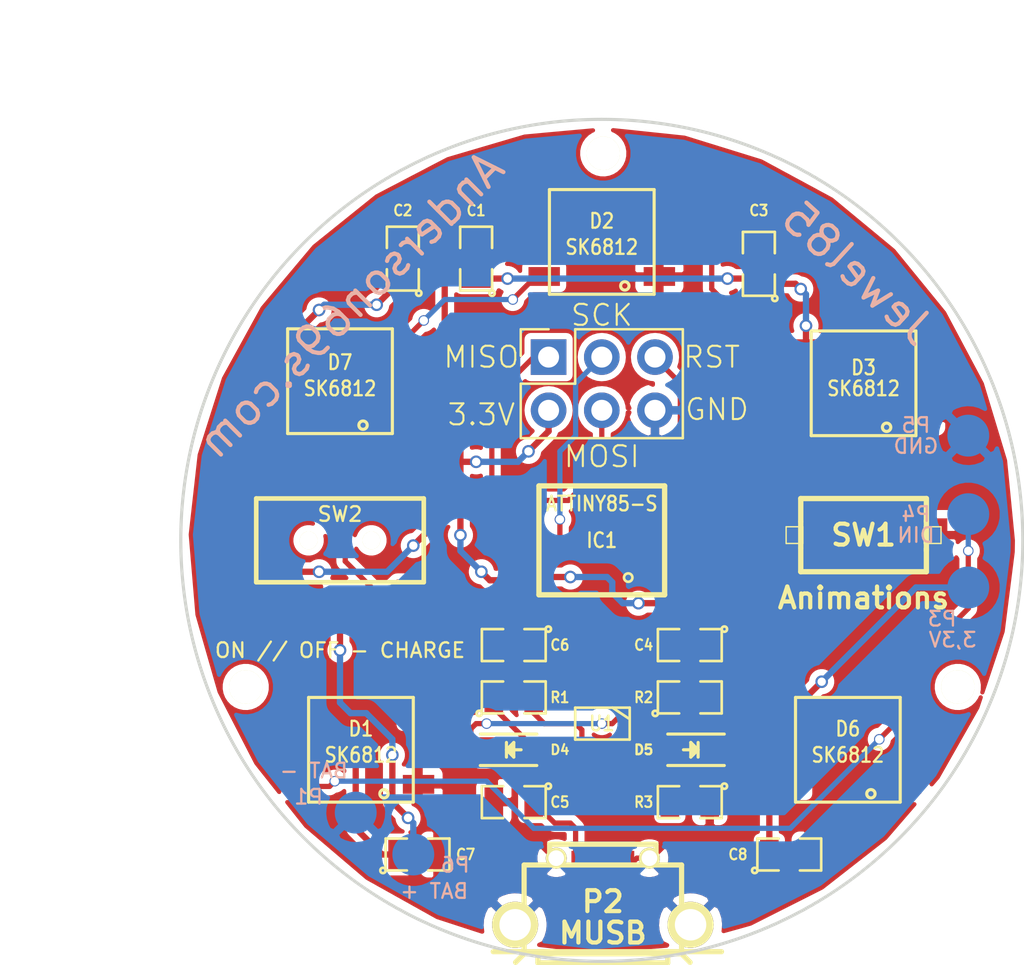
<source format=kicad_pcb>
(kicad_pcb (version 4) (host pcbnew 4.0.7)
  (layers (0 F.Cu signal) (31 B.Cu signal) (34 B.Paste user) (35 F.Paste user) (36 B.SilkS user) (37 F.SilkS user) (38 B.Mask user) (39 F.Mask user) (44 Edge.Cuts user))
  (net 0 "")
  (net 1 RST)
  (net 2 PB3)
  (net 3 PB4)
  (net 4 GND)
  (net 5 PB0)
  (net 6 PB1)
  (net 7 PB2)
  (net 8 +3V3)
  (net 9 "Net-(D1-Pad2)")
  (net 10 "Net-(D1-Pad4)")
  (net 11 "Net-(D2-Pad4)")
  (net 12 "Net-(D4-Pad1)")
  (net 13 "Net-(D5-Pad2)")
  (net 14 "Net-(R3-Pad2)")
  (net 15 "Net-(D2-Pad2)")
  (net 16 "Net-(D6-Pad2)")
  (net 17 "Net-(D4-Pad2)")
  (net 18 "Net-(P2-Pad3)")
  (net 19 "Net-(P2-Pad4)")
  (net 20 "Net-(P2-Pad2)")
  (net 21 "Net-(SW2-Pad1)")
  (net 22 "Net-(C5-Pad1)")
  (net 23 "Net-(C6-Pad1)")
  (net 24 "Net-(P6-Pad1)")
  (net 25 "Net-(SW2-Pad2)")
  (net 26 "Net-(SW2-Pad3)")
  (module domotab:USB_micro_AB_Picots (layer F.Cu) (at 145.05048 100.5)
    (fp_text reference P2 (at 0 1.75) (layer F.SilkS) (effects (font (thickness 0.2))))
    (fp_text value MUSB (at 0 3.25) (layer F.SilkS) (effects (font (thickness 0.2))))
    (fp_line (start -3.0988 4.191) (end -3.0988 4.6736) (layer F.SilkS) (width 0.24892))
    (fp_line (start -3.0988 4.6736) (end 3.0988 4.6736) (layer F.SilkS) (width 0.24892))
    (fp_line (start 3.0988 4.6736) (end 3.0988 4.2418) (layer F.SilkS) (width 0.24892))
    (fp_line (start 5.6642 4.1402) (end -5.2324 4.1402) (layer F.SilkS) (width 0.24892))
    (fp_line (start 3.7592 4.2418) (end 4.1656 4.6482) (layer F.SilkS) (width 0.24892))
    (fp_line (start -3.7592 4.2418) (end -4.1656 4.6482) (layer F.SilkS) (width 0.24892))
    (fp_line (start -3.7592 0) (end 3.7592 0) (layer F.SilkS) (width 0.24892))
    (fp_line (start 3.7592 0) (end 3.7592 4.2418) (layer F.SilkS) (width 0.24892))
    (fp_line (start 3.7592 4.2418) (end -3.7592 4.2418) (layer F.SilkS) (width 0.24892))
    (fp_line (start -3.7592 4.2418) (end -3.7592 0) (layer F.SilkS) (width 0.24892))
    (fp_line (start -2.54 -0.9906) (end 2.54 -0.9906) (layer F.SilkS) (width 0.24892))
    (fp_line (start 2.54 -0.9906) (end 2.54 0) (layer F.SilkS) (width 0.24892))
    (fp_line (start -2.54 0) (end -2.54 -0.9906) (layer F.SilkS) (width 0.24892))
    (pad 5 thru_hole circle (at 2.22504 -0.32512) (size 1.00076 1.00076) (drill 0.7493) (layers *.Cu *.Mask F.SilkS) (net 4 GND))
    (pad 5 thru_hole circle (at -4.18846 2.85496) (size 2.19964 2.19964) (drill 1.50114) (layers *.Cu *.Mask F.SilkS) (net 4 GND))
    (pad 1 smd rect (at -1.30048 0) (size 0.39878 1.34874) (layers F.Cu F.Paste F.Mask) (net 22 "Net-(C5-Pad1)"))
    (pad 5 smd rect (at 1.30048 0) (size 0.39878 1.34874) (layers F.Cu F.Paste F.Mask) (net 4 GND))
    (pad 3 smd rect (at 0 0) (size 0.39878 1.34874) (layers F.Cu F.Paste F.Mask) (net 18 "Net-(P2-Pad3)"))
    (pad 4 smd rect (at 0.65024 0) (size 0.39878 1.34874) (layers F.Cu F.Paste F.Mask) (net 19 "Net-(P2-Pad4)"))
    (pad 2 smd rect (at -0.65024 0) (size 0.39878 1.34874) (layers F.Cu F.Paste F.Mask) (net 20 "Net-(P2-Pad2)"))
    (pad 5 thru_hole circle (at 4.18846 2.85496) (size 2.19964 2.19964) (drill 1.50114) (layers *.Cu *.Mask F.SilkS) (net 4 GND))
    (pad 5 thru_hole circle (at -2.22504 -0.32512) (size 1.00076 1.00076) (drill 0.7493) (layers *.Cu *.Mask F.SilkS) (net 4 GND))
  )
  (module domotab:Hole_1.6mm (layer F.Cu) (at 145.07 66.52)
    (fp_text reference H1 hide)
    (fp_text value HOLE_1.6MM hide)
    (pad "" np_thru_hole circle (at 0 0 270) (size 1.6 1.6) (drill 1.6) (layers *.Cu *.Mask F.SilkS) (clearance 0.09906))
  )
  (module domotab:Hole_1.6mm (layer F.Cu) (at 162 92)
    (fp_text reference H2 hide)
    (fp_text value HOLE_1.6MM hide)
    (pad "" np_thru_hole circle (at 0 0 270) (size 1.6 1.6) (drill 1.6) (layers *.Cu *.Mask F.SilkS) (clearance 0.09906))
  )
  (module domotab:Hole_1.6mm (layer F.Cu) (at 128 92)
    (fp_text reference H3 hide)
    (fp_text value HOLE_1.6MM hide)
    (pad "" np_thru_hole circle (at 0 0 270) (size 1.6 1.6) (drill 1.6) (layers *.Cu *.Mask F.SilkS) (clearance 0.09906))
  )
  (module domotab:SOIC8-W (layer F.Cu) (at 145 85 90)
    (fp_text reference IC1 (at 0 0 180) (layer F.SilkS) (effects (font (size 0.7 0.6) (thickness 0.11))))
    (fp_text value ATTINY85-S (at 1.75 0 180) (layer F.SilkS) (effects (font (size 0.7 0.6) (thickness 0.11))))
    (fp_line (start 2.6 -3) (end 2.6 3) (layer F.SilkS) (width 0.254))
    (fp_line (start -2.6 3) (end 2.6 3) (layer F.SilkS) (width 0.254))
    (fp_line (start -2.6 -3) (end -2.6 3) (layer F.SilkS) (width 0.254))
    (fp_line (start -2.6 -3) (end 2.6 -3) (layer F.SilkS) (width 0.254))
    (fp_circle (center -1.778 1.262) (end -1.92024 1.40424) (layer F.SilkS) (width 0.127))
    (pad 1 smd rect (at -1.905 3.8 90) (size 0.6 1.8) (layers F.Cu F.Paste F.Mask) (net 1 RST))
    (pad 2 smd rect (at -0.635 3.8 90) (size 0.6 1.8) (layers F.Cu F.Paste F.Mask) (net 2 PB3))
    (pad 3 smd rect (at 0.635 3.8 90) (size 0.6 1.8) (layers F.Cu F.Paste F.Mask) (net 3 PB4))
    (pad 4 smd rect (at 1.905 3.8 90) (size 0.6 1.8) (layers F.Cu F.Paste F.Mask) (net 4 GND))
    (pad 5 smd rect (at 1.905 -3.8 90) (size 0.6 1.8) (layers F.Cu F.Paste F.Mask) (net 5 PB0))
    (pad 6 smd rect (at 0.635 -3.8 90) (size 0.6 1.8) (layers F.Cu F.Paste F.Mask) (net 6 PB1))
    (pad 7 smd rect (at -0.635 -3.8 90) (size 0.6 1.8) (layers F.Cu F.Paste F.Mask) (net 7 PB2))
    (pad 8 smd rect (at -1.905 -3.8 90) (size 0.6 1.8) (layers F.Cu F.Paste F.Mask) (net 8 +3V3))
  )
  (module domotab:WS2812B (layer F.Cu) (at 133.5 95)
    (fp_text reference D1 (at 0 -1) (layer F.SilkS) (effects (font (size 0.7 0.6) (thickness 0.11))))
    (fp_text value SK6812 (at 0 0.25) (layer F.SilkS) (effects (font (size 0.7 0.6) (thickness 0.11))))
    (fp_circle (center 1.1 2.1) (end 1.3 2.1) (layer F.SilkS) (width 0.15))
    (fp_line (start -2.5 2.5) (end 2.5 2.5) (layer F.SilkS) (width 0.15))
    (fp_line (start -2.5 -2.5) (end 2.5 -2.5) (layer F.SilkS) (width 0.15))
    (fp_line (start -2.5 2.5) (end -2.5 -2.5) (layer F.SilkS) (width 0.15))
    (fp_line (start 2.5 2.5) (end 2.5 -2.5) (layer F.SilkS) (width 0.15))
    (pad 2 smd rect (at -2.75 1.65 180) (size 1.5 0.9) (layers F.Cu F.Paste F.Mask) (net 9 "Net-(D1-Pad2)"))
    (pad 3 smd rect (at 2.75 1.65 180) (size 1.5 0.9) (layers F.Cu F.Paste F.Mask) (net 4 GND))
    (pad 4 smd rect (at 2.75 -1.65 180) (size 1.5 0.9) (layers F.Cu F.Paste F.Mask) (net 10 "Net-(D1-Pad4)"))
    (pad 1 smd rect (at -2.75 -1.65 180) (size 1.5 0.9) (layers F.Cu F.Paste F.Mask) (net 8 +3V3))
  )
  (module domotab:WS2812B (layer F.Cu) (at 145 70.75)
    (fp_text reference D2 (at 0 -1) (layer F.SilkS) (effects (font (size 0.7 0.6) (thickness 0.11))))
    (fp_text value SK6812 (at 0 0.25) (layer F.SilkS) (effects (font (size 0.7 0.6) (thickness 0.11))))
    (fp_circle (center 1.1 2.1) (end 1.3 2.1) (layer F.SilkS) (width 0.15))
    (fp_line (start -2.5 2.5) (end 2.5 2.5) (layer F.SilkS) (width 0.15))
    (fp_line (start -2.5 -2.5) (end 2.5 -2.5) (layer F.SilkS) (width 0.15))
    (fp_line (start -2.5 2.5) (end -2.5 -2.5) (layer F.SilkS) (width 0.15))
    (fp_line (start 2.5 2.5) (end 2.5 -2.5) (layer F.SilkS) (width 0.15))
    (pad 2 smd rect (at -2.75 1.65 180) (size 1.5 0.9) (layers F.Cu F.Paste F.Mask) (net 15 "Net-(D2-Pad2)"))
    (pad 3 smd rect (at 2.75 1.65 180) (size 1.5 0.9) (layers F.Cu F.Paste F.Mask) (net 4 GND))
    (pad 4 smd rect (at 2.75 -1.65 180) (size 1.5 0.9) (layers F.Cu F.Paste F.Mask) (net 11 "Net-(D2-Pad4)"))
    (pad 1 smd rect (at -2.75 -1.65 180) (size 1.5 0.9) (layers F.Cu F.Paste F.Mask) (net 8 +3V3))
  )
  (module domotab:WS2812B (layer F.Cu) (at 157.5 77.5)
    (fp_text reference D3 (at 0 -0.75) (layer F.SilkS) (effects (font (size 0.7 0.6) (thickness 0.11))))
    (fp_text value SK6812 (at 0 0.25) (layer F.SilkS) (effects (font (size 0.7 0.6) (thickness 0.11))))
    (fp_circle (center 1.1 2.1) (end 1.3 2.1) (layer F.SilkS) (width 0.15))
    (fp_line (start -2.5 2.5) (end 2.5 2.5) (layer F.SilkS) (width 0.15))
    (fp_line (start -2.5 -2.5) (end 2.5 -2.5) (layer F.SilkS) (width 0.15))
    (fp_line (start -2.5 2.5) (end -2.5 -2.5) (layer F.SilkS) (width 0.15))
    (fp_line (start 2.5 2.5) (end 2.5 -2.5) (layer F.SilkS) (width 0.15))
    (pad 2 smd rect (at -2.75 1.65 180) (size 1.5 0.9) (layers F.Cu F.Paste F.Mask) (net 11 "Net-(D2-Pad4)"))
    (pad 3 smd rect (at 2.75 1.65 180) (size 1.5 0.9) (layers F.Cu F.Paste F.Mask) (net 4 GND))
    (pad 4 smd rect (at 2.75 -1.65 180) (size 1.5 0.9) (layers F.Cu F.Paste F.Mask) (net 3 PB4))
    (pad 1 smd rect (at -2.75 -1.65 180) (size 1.5 0.9) (layers F.Cu F.Paste F.Mask) (net 8 +3V3))
  )
  (module domotab:SM0805 (layer F.Cu) (at 140.7975 97.5 180)
    (fp_text reference C5 (at -2.2025 0 180) (layer F.SilkS) (effects (font (size 0.508 0.4572) (thickness 0.09906))))
    (fp_text value 10μF hide)
    (fp_circle (center -1.651 0.762) (end -1.651 0.635) (layer F.SilkS) (width 0.127))
    (fp_line (start -0.508 0.762) (end -1.524 0.762) (layer F.SilkS) (width 0.127))
    (fp_line (start -1.524 0.762) (end -1.524 -0.762) (layer F.SilkS) (width 0.127))
    (fp_line (start -1.524 -0.762) (end -0.508 -0.762) (layer F.SilkS) (width 0.127))
    (fp_line (start 0.508 -0.762) (end 1.524 -0.762) (layer F.SilkS) (width 0.127))
    (fp_line (start 1.524 -0.762) (end 1.524 0.762) (layer F.SilkS) (width 0.127))
    (fp_line (start 1.524 0.762) (end 0.508 0.762) (layer F.SilkS) (width 0.127))
    (pad 1 smd rect (at -0.9525 0 180) (size 0.889 1.397) (layers F.Cu F.Paste F.Mask) (net 22 "Net-(C5-Pad1)"))
    (pad 2 smd rect (at 0.9525 0 180) (size 0.889 1.397) (layers F.Cu F.Paste F.Mask) (net 4 GND))
  )
  (module domotab:SM0805 (layer F.Cu) (at 140.7975 90 180)
    (fp_text reference C6 (at -2.2025 0 180) (layer F.SilkS) (effects (font (size 0.508 0.4572) (thickness 0.09906))))
    (fp_text value 10μF hide)
    (fp_circle (center -1.651 0.762) (end -1.651 0.635) (layer F.SilkS) (width 0.127))
    (fp_line (start -0.508 0.762) (end -1.524 0.762) (layer F.SilkS) (width 0.127))
    (fp_line (start -1.524 0.762) (end -1.524 -0.762) (layer F.SilkS) (width 0.127))
    (fp_line (start -1.524 -0.762) (end -0.508 -0.762) (layer F.SilkS) (width 0.127))
    (fp_line (start 0.508 -0.762) (end 1.524 -0.762) (layer F.SilkS) (width 0.127))
    (fp_line (start 1.524 -0.762) (end 1.524 0.762) (layer F.SilkS) (width 0.127))
    (fp_line (start 1.524 0.762) (end 0.508 0.762) (layer F.SilkS) (width 0.127))
    (pad 1 smd rect (at -0.9525 0 180) (size 0.889 1.397) (layers F.Cu F.Paste F.Mask) (net 23 "Net-(C6-Pad1)"))
    (pad 2 smd rect (at 0.9525 0 180) (size 0.889 1.397) (layers F.Cu F.Paste F.Mask) (net 4 GND))
  )
  (module Socket_Strips:Socket_Strip_Straight_2x03_Pitch2.54mm (layer F.Cu) (at 142.46 76.25 90)
    (fp_text reference J1 hide)
    (fp_text value PROG hide)
    (fp_line (start 1.33 1.27) (end 1.33 6.41) (layer F.SilkS) (width 0.12))
    (fp_line (start 1.33 6.41) (end -3.87 6.41) (layer F.SilkS) (width 0.12))
    (fp_line (start -3.87 6.41) (end -3.87 -1.33) (layer F.SilkS) (width 0.12))
    (fp_line (start -3.87 -1.33) (end -1.27 -1.33) (layer F.SilkS) (width 0.12))
    (fp_line (start -1.27 -1.33) (end -1.27 1.27) (layer F.SilkS) (width 0.12))
    (fp_line (start -1.27 1.27) (end 1.33 1.27) (layer F.SilkS) (width 0.12))
    (fp_line (start 1.33 0) (end 1.33 -1.33) (layer F.SilkS) (width 0.12))
    (fp_line (start 1.33 -1.33) (end 0.06 -1.33) (layer F.SilkS) (width 0.12))
    (pad 1 thru_hole rect (at 0 0 90) (size 1.7 1.7) (drill 1) (layers *.Cu *.Mask) (net 6 PB1))
    (pad 2 thru_hole oval (at -2.54 0 90) (size 1.7 1.7) (drill 1) (layers *.Cu *.Mask) (net 8 +3V3))
    (pad 3 thru_hole oval (at 0 2.54 90) (size 1.7 1.7) (drill 1) (layers *.Cu *.Mask) (net 7 PB2))
    (pad 4 thru_hole oval (at -2.54 2.54 90) (size 1.7 1.7) (drill 1) (layers *.Cu *.Mask) (net 5 PB0))
    (pad 5 thru_hole oval (at 0 5.08 90) (size 1.7 1.7) (drill 1) (layers *.Cu *.Mask) (net 1 RST))
    (pad 6 thru_hole oval (at -2.54 5.08 90) (size 1.7 1.7) (drill 1) (layers *.Cu *.Mask) (net 4 GND))
  )
  (module domotab:PADS_CONNEXION (layer F.Cu) (at 133.25 98)
    (fp_text reference P1 (at -2.25 -0.75) (layer B.SilkS) (effects (font (size 0.7 0.7) (thickness 0.11)) (justify mirror)))
    (fp_text value "BAT -" (at -2 -2) (layer B.SilkS) (effects (font (size 0.7 0.7) (thickness 0.11)) (justify mirror)))
    (pad 1 smd circle (at 0 0) (size 2 2) (layers B.Cu B.Paste B.Mask) (net 4 GND))
  )
  (module domotab:PADS_CONNEXION (layer F.Cu) (at 162.5 87.25)
    (fp_text reference P3 (at -1.25 1.5) (layer B.SilkS) (effects (font (size 0.7 0.7) (thickness 0.11)) (justify mirror)))
    (fp_text value 3,3V (at -0.75 2.5) (layer B.SilkS) (effects (font (size 0.7 0.7) (thickness 0.11)) (justify mirror)))
    (pad 1 smd circle (at 0 0) (size 2 2) (layers B.Cu B.Paste B.Mask) (net 8 +3V3))
  )
  (module domotab:PADS_CONNEXION (layer F.Cu) (at 162.5 83.75)
    (fp_text reference P4 (at -2.5 0) (layer B.SilkS) (effects (font (size 0.7 0.7) (thickness 0.11)) (justify mirror)))
    (fp_text value DIN (at -2.5 1) (layer B.SilkS) (effects (font (size 0.7 0.7) (thickness 0.11)) (justify mirror)))
    (pad 1 smd circle (at 0 0) (size 2 2) (layers B.Cu B.Paste B.Mask) (net 16 "Net-(D6-Pad2)"))
  )
  (module domotab:PADS_CONNEXION (layer F.Cu) (at 162.5 80)
    (fp_text reference P5 (at -2.5 -0.5) (layer B.SilkS) (effects (font (size 0.7 0.7) (thickness 0.11)) (justify mirror)))
    (fp_text value GND (at -2.5 0.5) (layer B.SilkS) (effects (font (size 0.7 0.7) (thickness 0.11)) (justify mirror)))
    (pad 1 smd circle (at 0 0) (size 2 2) (layers B.Cu B.Paste B.Mask) (net 4 GND))
  )
  (module domotab:PADS_CONNEXION (layer F.Cu) (at 136 100)
    (fp_text reference P6 (at 2 0.5) (layer B.SilkS) (effects (font (size 0.7 0.7) (thickness 0.11)) (justify mirror)))
    (fp_text value "BAT +" (at 1 1.75) (layer B.SilkS) (effects (font (size 0.7 0.7) (thickness 0.11)) (justify mirror)))
    (pad 1 smd circle (at 0 0) (size 2 2) (layers B.Cu B.Paste B.Mask) (net 24 "Net-(P6-Pad1)"))
  )
  (module domotab:SM0805 (layer F.Cu) (at 140.7975 92.5)
    (fp_text reference R1 (at 2.2025 0) (layer F.SilkS) (effects (font (size 0.508 0.4572) (thickness 0.09906))))
    (fp_text value 470 hide)
    (fp_circle (center -1.651 0.762) (end -1.651 0.635) (layer F.SilkS) (width 0.127))
    (fp_line (start -0.508 0.762) (end -1.524 0.762) (layer F.SilkS) (width 0.127))
    (fp_line (start -1.524 0.762) (end -1.524 -0.762) (layer F.SilkS) (width 0.127))
    (fp_line (start -1.524 -0.762) (end -0.508 -0.762) (layer F.SilkS) (width 0.127))
    (fp_line (start 0.508 -0.762) (end 1.524 -0.762) (layer F.SilkS) (width 0.127))
    (fp_line (start 1.524 -0.762) (end 1.524 0.762) (layer F.SilkS) (width 0.127))
    (fp_line (start 1.524 0.762) (end 0.508 0.762) (layer F.SilkS) (width 0.127))
    (pad 1 smd rect (at -0.9525 0) (size 0.889 1.397) (layers F.Cu F.Paste F.Mask) (net 17 "Net-(D4-Pad2)"))
    (pad 2 smd rect (at 0.9525 0) (size 0.889 1.397) (layers F.Cu F.Paste F.Mask) (net 22 "Net-(C5-Pad1)"))
  )
  (module domotab:SM0805 (layer F.Cu) (at 149.2025 92.5)
    (fp_text reference R2 (at -2.2025 0) (layer F.SilkS) (effects (font (size 0.508 0.4572) (thickness 0.09906))))
    (fp_text value 470 hide)
    (fp_circle (center -1.651 0.762) (end -1.651 0.635) (layer F.SilkS) (width 0.127))
    (fp_line (start -0.508 0.762) (end -1.524 0.762) (layer F.SilkS) (width 0.127))
    (fp_line (start -1.524 0.762) (end -1.524 -0.762) (layer F.SilkS) (width 0.127))
    (fp_line (start -1.524 -0.762) (end -0.508 -0.762) (layer F.SilkS) (width 0.127))
    (fp_line (start 0.508 -0.762) (end 1.524 -0.762) (layer F.SilkS) (width 0.127))
    (fp_line (start 1.524 -0.762) (end 1.524 0.762) (layer F.SilkS) (width 0.127))
    (fp_line (start 1.524 0.762) (end 0.508 0.762) (layer F.SilkS) (width 0.127))
    (pad 1 smd rect (at -0.9525 0) (size 0.889 1.397) (layers F.Cu F.Paste F.Mask) (net 13 "Net-(D5-Pad2)"))
    (pad 2 smd rect (at 0.9525 0) (size 0.889 1.397) (layers F.Cu F.Paste F.Mask) (net 12 "Net-(D4-Pad1)"))
  )
  (module domotab:SM0805 (layer F.Cu) (at 149.2025 97.5 180)
    (fp_text reference R3 (at 2.2025 0 180) (layer F.SilkS) (effects (font (size 0.508 0.4572) (thickness 0.09906))))
    (fp_text value 5K hide)
    (fp_circle (center -1.651 0.762) (end -1.651 0.635) (layer F.SilkS) (width 0.127))
    (fp_line (start -0.508 0.762) (end -1.524 0.762) (layer F.SilkS) (width 0.127))
    (fp_line (start -1.524 0.762) (end -1.524 -0.762) (layer F.SilkS) (width 0.127))
    (fp_line (start -1.524 -0.762) (end -0.508 -0.762) (layer F.SilkS) (width 0.127))
    (fp_line (start 0.508 -0.762) (end 1.524 -0.762) (layer F.SilkS) (width 0.127))
    (fp_line (start 1.524 -0.762) (end 1.524 0.762) (layer F.SilkS) (width 0.127))
    (fp_line (start 1.524 0.762) (end 0.508 0.762) (layer F.SilkS) (width 0.127))
    (pad 1 smd rect (at -0.9525 0 180) (size 0.889 1.397) (layers F.Cu F.Paste F.Mask) (net 4 GND))
    (pad 2 smd rect (at 0.9525 0 180) (size 0.889 1.397) (layers F.Cu F.Paste F.Mask) (net 14 "Net-(R3-Pad2)"))
  )
  (module domotab:SWITCH_CMS (layer F.Cu) (at 157.5 84.75)
    (fp_text reference SW1 (at 0 0) (layer F.SilkS) (effects (font (thickness 0.2))))
    (fp_text value Animations (at 0 3) (layer F.SilkS) (effects (font (thickness 0.2))))
    (fp_line (start -3.69824 0.39878) (end -2.89814 0.39878) (layer F.SilkS) (width 0.06604))
    (fp_line (start -2.89814 0.39878) (end -2.89814 -0.39878) (layer F.SilkS) (width 0.06604))
    (fp_line (start -3.69824 -0.39878) (end -2.89814 -0.39878) (layer F.SilkS) (width 0.06604))
    (fp_line (start -3.69824 0.39878) (end -3.69824 -0.39878) (layer F.SilkS) (width 0.06604))
    (fp_line (start 2.89814 0.39878) (end 3.69824 0.39878) (layer F.SilkS) (width 0.06604))
    (fp_line (start 3.69824 0.39878) (end 3.69824 -0.39878) (layer F.SilkS) (width 0.06604))
    (fp_line (start 2.89814 -0.39878) (end 3.69824 -0.39878) (layer F.SilkS) (width 0.06604))
    (fp_line (start 2.89814 0.39878) (end 2.89814 -0.39878) (layer F.SilkS) (width 0.06604))
    (fp_line (start -2.99974 -1.74752) (end 2.99974 -1.74752) (layer F.SilkS) (width 0.254))
    (fp_line (start 2.99974 1.74752) (end -2.99974 1.74752) (layer F.SilkS) (width 0.254))
    (fp_line (start -2.99974 -1.74752) (end -2.99974 -0.6477) (layer F.SilkS) (width 0.254))
    (fp_line (start 2.99974 -1.74752) (end 2.99974 -0.6477) (layer F.SilkS) (width 0.254))
    (fp_line (start 2.99974 1.74752) (end 2.99974 0.6477) (layer F.SilkS) (width 0.254))
    (fp_line (start -2.99974 1.74752) (end -2.99974 0.6477) (layer F.SilkS) (width 0.254))
    (fp_line (start -2.99974 -0.6477) (end -2.99974 0.59944) (layer F.SilkS) (width 0.254))
    (fp_line (start 2.99974 -0.6985) (end 2.99974 0.7493) (layer F.SilkS) (width 0.254))
    (pad 1 smd rect (at -2.99974 0) (size 1.99898 1.6002) (layers F.Cu F.Paste F.Mask) (net 2 PB3))
    (pad 2 smd rect (at 2.99974 0) (size 1.99898 1.6002) (layers F.Cu F.Paste F.Mask) (net 4 GND))
  )
  (module domotab:SOT23-5 (layer F.Cu) (at 145 93.75 180)
    (fp_text reference U1 (at 0 0 180) (layer F.SilkS) (effects (font (size 0.7 0.6) (thickness 0.11))))
    (fp_text value MCP73831 hide)
    (fp_line (start -0.508 0.762) (end -1.27 0.254) (layer F.SilkS) (width 0.127))
    (fp_line (start 1.27 0.762) (end -1.3335 0.762) (layer F.SilkS) (width 0.127))
    (fp_line (start -1.3335 0.762) (end -1.3335 -0.762) (layer F.SilkS) (width 0.127))
    (fp_line (start -1.3335 -0.762) (end 1.27 -0.762) (layer F.SilkS) (width 0.127))
    (fp_line (start 1.27 -0.762) (end 1.27 0.762) (layer F.SilkS) (width 0.127))
    (pad 2 smd rect (at 0 1.30048 180) (size 0.55118 1.00076) (layers F.Cu F.Paste F.Mask) (net 4 GND))
    (pad 4 smd rect (at 0.94996 -1.30048 180) (size 0.55118 1.00076) (layers F.Cu F.Paste F.Mask) (net 22 "Net-(C5-Pad1)"))
    (pad 5 smd rect (at -0.94996 -1.30048 180) (size 0.55118 1.00076) (layers F.Cu F.Paste F.Mask) (net 14 "Net-(R3-Pad2)"))
    (pad 3 smd rect (at 0.9525 1.30048 180) (size 0.55118 1.00076) (layers F.Cu F.Paste F.Mask) (net 23 "Net-(C6-Pad1)"))
    (pad 1 smd rect (at -0.9525 1.30048 180) (size 0.55118 1.00076) (layers F.Cu F.Paste F.Mask) (net 12 "Net-(D4-Pad1)"))
  )
  (module domotab:SM0805 (layer F.Cu) (at 139 71.5475 90)
    (fp_text reference C1 (at 2.2975 0 180) (layer F.SilkS) (effects (font (size 0.508 0.4572) (thickness 0.09906))))
    (fp_text value 100nF hide)
    (fp_circle (center -1.651 0.762) (end -1.651 0.635) (layer F.SilkS) (width 0.127))
    (fp_line (start -0.508 0.762) (end -1.524 0.762) (layer F.SilkS) (width 0.127))
    (fp_line (start -1.524 0.762) (end -1.524 -0.762) (layer F.SilkS) (width 0.127))
    (fp_line (start -1.524 -0.762) (end -0.508 -0.762) (layer F.SilkS) (width 0.127))
    (fp_line (start 0.508 -0.762) (end 1.524 -0.762) (layer F.SilkS) (width 0.127))
    (fp_line (start 1.524 -0.762) (end 1.524 0.762) (layer F.SilkS) (width 0.127))
    (fp_line (start 1.524 0.762) (end 0.508 0.762) (layer F.SilkS) (width 0.127))
    (pad 1 smd rect (at -0.9525 0 90) (size 0.889 1.397) (layers F.Cu F.Paste F.Mask) (net 8 +3V3))
    (pad 2 smd rect (at 0.9525 0 90) (size 0.889 1.397) (layers F.Cu F.Paste F.Mask) (net 4 GND))
  )
  (module domotab:SM0805 (layer F.Cu) (at 135.5 71.5475 90)
    (fp_text reference C2 (at 2.2975 0 180) (layer F.SilkS) (effects (font (size 0.508 0.4572) (thickness 0.09906))))
    (fp_text value 100nF hide)
    (fp_circle (center -1.651 0.762) (end -1.651 0.635) (layer F.SilkS) (width 0.127))
    (fp_line (start -0.508 0.762) (end -1.524 0.762) (layer F.SilkS) (width 0.127))
    (fp_line (start -1.524 0.762) (end -1.524 -0.762) (layer F.SilkS) (width 0.127))
    (fp_line (start -1.524 -0.762) (end -0.508 -0.762) (layer F.SilkS) (width 0.127))
    (fp_line (start 0.508 -0.762) (end 1.524 -0.762) (layer F.SilkS) (width 0.127))
    (fp_line (start 1.524 -0.762) (end 1.524 0.762) (layer F.SilkS) (width 0.127))
    (fp_line (start 1.524 0.762) (end 0.508 0.762) (layer F.SilkS) (width 0.127))
    (pad 1 smd rect (at -0.9525 0 90) (size 0.889 1.397) (layers F.Cu F.Paste F.Mask) (net 8 +3V3))
    (pad 2 smd rect (at 0.9525 0 90) (size 0.889 1.397) (layers F.Cu F.Paste F.Mask) (net 4 GND))
  )
  (module domotab:SM0805 (layer F.Cu) (at 152.5 71.7975 90)
    (fp_text reference C3 (at 2.5475 0 180) (layer F.SilkS) (effects (font (size 0.508 0.4572) (thickness 0.09906))))
    (fp_text value 100nF hide)
    (fp_circle (center -1.651 0.762) (end -1.651 0.635) (layer F.SilkS) (width 0.127))
    (fp_line (start -0.508 0.762) (end -1.524 0.762) (layer F.SilkS) (width 0.127))
    (fp_line (start -1.524 0.762) (end -1.524 -0.762) (layer F.SilkS) (width 0.127))
    (fp_line (start -1.524 -0.762) (end -0.508 -0.762) (layer F.SilkS) (width 0.127))
    (fp_line (start 0.508 -0.762) (end 1.524 -0.762) (layer F.SilkS) (width 0.127))
    (fp_line (start 1.524 -0.762) (end 1.524 0.762) (layer F.SilkS) (width 0.127))
    (fp_line (start 1.524 0.762) (end 0.508 0.762) (layer F.SilkS) (width 0.127))
    (pad 1 smd rect (at -0.9525 0 90) (size 0.889 1.397) (layers F.Cu F.Paste F.Mask) (net 8 +3V3))
    (pad 2 smd rect (at 0.9525 0 90) (size 0.889 1.397) (layers F.Cu F.Paste F.Mask) (net 4 GND))
  )
  (module domotab:SM0805 (layer F.Cu) (at 149.2025 90 180)
    (fp_text reference C4 (at 2.2025 0 360) (layer F.SilkS) (effects (font (size 0.508 0.4572) (thickness 0.09906))))
    (fp_text value 100nF hide)
    (fp_circle (center -1.651 0.762) (end -1.651 0.635) (layer F.SilkS) (width 0.127))
    (fp_line (start -0.508 0.762) (end -1.524 0.762) (layer F.SilkS) (width 0.127))
    (fp_line (start -1.524 0.762) (end -1.524 -0.762) (layer F.SilkS) (width 0.127))
    (fp_line (start -1.524 -0.762) (end -0.508 -0.762) (layer F.SilkS) (width 0.127))
    (fp_line (start 0.508 -0.762) (end 1.524 -0.762) (layer F.SilkS) (width 0.127))
    (fp_line (start 1.524 -0.762) (end 1.524 0.762) (layer F.SilkS) (width 0.127))
    (fp_line (start 1.524 0.762) (end 0.508 0.762) (layer F.SilkS) (width 0.127))
    (pad 1 smd rect (at -0.9525 0 180) (size 0.889 1.397) (layers F.Cu F.Paste F.Mask) (net 8 +3V3))
    (pad 2 smd rect (at 0.9525 0 180) (size 0.889 1.397) (layers F.Cu F.Paste F.Mask) (net 4 GND))
  )
  (module domotab:Switch_DPDT_Large (layer F.Cu) (at 132.5 85)
    (fp_text reference SW2 (at 0 -1.25 180) (layer F.SilkS) (effects (font (size 0.7 0.7) (thickness 0.11))))
    (fp_text value "ON // OFF - CHARGE" (at 0 5.25) (layer F.SilkS) (effects (font (size 0.7 0.7) (thickness 0.11))))
    (fp_line (start -4 -2) (end 4 -2) (layer F.SilkS) (width 0.22098))
    (fp_line (start 4 -2) (end 4 2) (layer F.SilkS) (width 0.22098))
    (fp_line (start 4 2) (end -4 2) (layer F.SilkS) (width 0.22098))
    (fp_line (start -4 2) (end -4 -2) (layer F.SilkS) (width 0.22098))
    (pad "" np_thru_hole circle (at 1.5 0) (size 0.85 0.85) (drill 0.85) (layers *.Cu *.Mask F.SilkS))
    (pad "" np_thru_hole circle (at -1.5 0) (size 0.85 0.85) (drill 0.85) (layers *.Cu *.Mask F.SilkS))
    (pad 1 smd rect (at -2.4892 -3.1496) (size 1 1.8) (layers F.Cu F.Paste F.Mask) (net 21 "Net-(SW2-Pad1)"))
    (pad 2 smd rect (at 0 -3.1496) (size 1 1.8) (layers F.Cu F.Paste F.Mask) (net 25 "Net-(SW2-Pad2)"))
    (pad 3 smd rect (at 2.4892 -3.1496) (size 1 1.8) (layers F.Cu F.Paste F.Mask) (net 26 "Net-(SW2-Pad3)"))
    (pad 4 smd rect (at -2.4892 3.0988) (size 1 1.8) (layers F.Cu F.Paste F.Mask) (net 8 +3V3))
    (pad 5 smd rect (at 0 3.0988) (size 1 1.8) (layers F.Cu F.Paste F.Mask) (net 24 "Net-(P6-Pad1)"))
    (pad 6 smd rect (at 2.4892 3.0988) (size 1 1.8) (layers F.Cu F.Paste F.Mask) (net 23 "Net-(C6-Pad1)"))
  )
  (module domotab:SM0805 (layer F.Cu) (at 136.2025 100)
    (fp_text reference C7 (at 2.2975 0) (layer F.SilkS) (effects (font (size 0.508 0.4572) (thickness 0.09906))))
    (fp_text value 100nF hide)
    (fp_circle (center -1.651 0.762) (end -1.651 0.635) (layer F.SilkS) (width 0.127))
    (fp_line (start -0.508 0.762) (end -1.524 0.762) (layer F.SilkS) (width 0.127))
    (fp_line (start -1.524 0.762) (end -1.524 -0.762) (layer F.SilkS) (width 0.127))
    (fp_line (start -1.524 -0.762) (end -0.508 -0.762) (layer F.SilkS) (width 0.127))
    (fp_line (start 0.508 -0.762) (end 1.524 -0.762) (layer F.SilkS) (width 0.127))
    (fp_line (start 1.524 -0.762) (end 1.524 0.762) (layer F.SilkS) (width 0.127))
    (fp_line (start 1.524 0.762) (end 0.508 0.762) (layer F.SilkS) (width 0.127))
    (pad 1 smd rect (at -0.9525 0) (size 0.889 1.397) (layers F.Cu F.Paste F.Mask) (net 8 +3V3))
    (pad 2 smd rect (at 0.9525 0) (size 0.889 1.397) (layers F.Cu F.Paste F.Mask) (net 4 GND))
  )
  (module domotab:SM0805 (layer F.Cu) (at 153.9525 100)
    (fp_text reference C8 (at -2.4525 0) (layer F.SilkS) (effects (font (size 0.508 0.4572) (thickness 0.09906))))
    (fp_text value 100nF hide)
    (fp_circle (center -1.651 0.762) (end -1.651 0.635) (layer F.SilkS) (width 0.127))
    (fp_line (start -0.508 0.762) (end -1.524 0.762) (layer F.SilkS) (width 0.127))
    (fp_line (start -1.524 0.762) (end -1.524 -0.762) (layer F.SilkS) (width 0.127))
    (fp_line (start -1.524 -0.762) (end -0.508 -0.762) (layer F.SilkS) (width 0.127))
    (fp_line (start 0.508 -0.762) (end 1.524 -0.762) (layer F.SilkS) (width 0.127))
    (fp_line (start 1.524 -0.762) (end 1.524 0.762) (layer F.SilkS) (width 0.127))
    (fp_line (start 1.524 0.762) (end 0.508 0.762) (layer F.SilkS) (width 0.127))
    (pad 1 smd rect (at -0.9525 0) (size 0.889 1.397) (layers F.Cu F.Paste F.Mask) (net 8 +3V3))
    (pad 2 smd rect (at 0.9525 0) (size 0.889 1.397) (layers F.Cu F.Paste F.Mask) (net 4 GND))
  )
  (module domotab:WS2812B (layer F.Cu) (at 156.75 95)
    (fp_text reference D6 (at 0 -1) (layer F.SilkS) (effects (font (size 0.7 0.6) (thickness 0.11))))
    (fp_text value SK6812 (at 0 0.25) (layer F.SilkS) (effects (font (size 0.7 0.6) (thickness 0.11))))
    (fp_circle (center 1.1 2.1) (end 1.3 2.1) (layer F.SilkS) (width 0.15))
    (fp_line (start -2.5 2.5) (end 2.5 2.5) (layer F.SilkS) (width 0.15))
    (fp_line (start -2.5 -2.5) (end 2.5 -2.5) (layer F.SilkS) (width 0.15))
    (fp_line (start -2.5 2.5) (end -2.5 -2.5) (layer F.SilkS) (width 0.15))
    (fp_line (start 2.5 2.5) (end 2.5 -2.5) (layer F.SilkS) (width 0.15))
    (pad 2 smd rect (at -2.75 1.65 180) (size 1.5 0.9) (layers F.Cu F.Paste F.Mask) (net 16 "Net-(D6-Pad2)"))
    (pad 3 smd rect (at 2.75 1.65 180) (size 1.5 0.9) (layers F.Cu F.Paste F.Mask) (net 4 GND))
    (pad 4 smd rect (at 2.75 -1.65 180) (size 1.5 0.9) (layers F.Cu F.Paste F.Mask) (net 9 "Net-(D1-Pad2)"))
    (pad 1 smd rect (at -2.75 -1.65 180) (size 1.5 0.9) (layers F.Cu F.Paste F.Mask) (net 8 +3V3))
  )
  (module domotab:WS2812B (layer F.Cu) (at 132.5 77.4)
    (fp_text reference D7 (at 0 -0.9) (layer F.SilkS) (effects (font (size 0.7 0.6) (thickness 0.11))))
    (fp_text value SK6812 (at 0 0.35) (layer F.SilkS) (effects (font (size 0.7 0.6) (thickness 0.11))))
    (fp_circle (center 1.1 2.1) (end 1.3 2.1) (layer F.SilkS) (width 0.15))
    (fp_line (start -2.5 2.5) (end 2.5 2.5) (layer F.SilkS) (width 0.15))
    (fp_line (start -2.5 -2.5) (end 2.5 -2.5) (layer F.SilkS) (width 0.15))
    (fp_line (start -2.5 2.5) (end -2.5 -2.5) (layer F.SilkS) (width 0.15))
    (fp_line (start 2.5 2.5) (end 2.5 -2.5) (layer F.SilkS) (width 0.15))
    (pad 2 smd rect (at -2.75 1.65 180) (size 1.5 0.9) (layers F.Cu F.Paste F.Mask) (net 10 "Net-(D1-Pad4)"))
    (pad 3 smd rect (at 2.75 1.65 180) (size 1.5 0.9) (layers F.Cu F.Paste F.Mask) (net 4 GND))
    (pad 4 smd rect (at 2.75 -1.65 180) (size 1.5 0.9) (layers F.Cu F.Paste F.Mask) (net 15 "Net-(D2-Pad2)"))
    (pad 1 smd rect (at -2.75 -1.65 180) (size 1.5 0.9) (layers F.Cu F.Paste F.Mask) (net 8 +3V3))
  )
  (module LEDs:LED_0805 (layer F.Cu) (at 140.7975 95)
    (fp_text reference D4 (at 2.2025 0) (layer F.SilkS) (effects (font (size 0.4572 0.4572) (thickness 0.1))))
    (fp_text value "LED ROUGE" hide)
    (fp_line (start -1.6 0.75) (end 1.1 0.75) (layer F.SilkS) (width 0.15))
    (fp_line (start -1.6 -0.75) (end 1.1 -0.75) (layer F.SilkS) (width 0.15))
    (fp_line (start -0.1 0.15) (end -0.1 -0.1) (layer F.SilkS) (width 0.15))
    (fp_line (start -0.1 -0.1) (end -0.25 0.05) (layer F.SilkS) (width 0.15))
    (fp_line (start -0.35 -0.35) (end -0.35 0.35) (layer F.SilkS) (width 0.15))
    (fp_line (start 0 0) (end 0.35 0) (layer F.SilkS) (width 0.15))
    (fp_line (start -0.35 0) (end 0 -0.35) (layer F.SilkS) (width 0.15))
    (fp_line (start 0 -0.35) (end 0 0.35) (layer F.SilkS) (width 0.15))
    (fp_line (start 0 0.35) (end -0.35 0) (layer F.SilkS) (width 0.15))
    (pad 2 smd rect (at 1.04902 0 180) (size 1.19888 1.19888) (layers F.Cu F.Paste F.Mask) (net 17 "Net-(D4-Pad2)"))
    (pad 1 smd rect (at -1.04902 0 180) (size 1.19888 1.19888) (layers F.Cu F.Paste F.Mask) (net 12 "Net-(D4-Pad1)"))
  )
  (module LEDs:LED_0805 (layer F.Cu) (at 149.2493 95 180)
    (fp_text reference D5 (at 2.2493 0 180) (layer F.SilkS) (effects (font (size 0.4572 0.4572) (thickness 0.1143))))
    (fp_text value "LED VERTE" hide)
    (fp_line (start -1.6 0.75) (end 1.1 0.75) (layer F.SilkS) (width 0.15))
    (fp_line (start -1.6 -0.75) (end 1.1 -0.75) (layer F.SilkS) (width 0.15))
    (fp_line (start -0.1 0.15) (end -0.1 -0.1) (layer F.SilkS) (width 0.15))
    (fp_line (start -0.1 -0.1) (end -0.25 0.05) (layer F.SilkS) (width 0.15))
    (fp_line (start -0.35 -0.35) (end -0.35 0.35) (layer F.SilkS) (width 0.15))
    (fp_line (start 0 0) (end 0.35 0) (layer F.SilkS) (width 0.15))
    (fp_line (start -0.35 0) (end 0 -0.35) (layer F.SilkS) (width 0.15))
    (fp_line (start 0 -0.35) (end 0 0.35) (layer F.SilkS) (width 0.15))
    (fp_line (start 0 0.35) (end -0.35 0) (layer F.SilkS) (width 0.15))
    (pad 2 smd rect (at 1.04902 0) (size 1.19888 1.19888) (layers F.Cu F.Paste F.Mask) (net 13 "Net-(D5-Pad2)"))
    (pad 1 smd rect (at -1.04902 0) (size 1.19888 1.19888) (layers F.Cu F.Paste F.Mask) (net 4 GND))
  )
  (gr_circle (center 145 85) (end 125.25 81.25) (layer Edge.Cuts) (width 0.15))
  (gr_text MOSI (at 145 81) (layer F.SilkS) (effects (font (size 1 1) (thickness 0.1))))
  (gr_text MISO (at 139.25 76.25) (layer F.SilkS) (effects (font (size 1 1) (thickness 0.1))))
  (gr_text SCK (at 145 74.25) (layer F.SilkS) (effects (font (size 1 1) (thickness 0.1))))
  (gr_text "3.3V\n" (at 139.25 79) (layer F.SilkS) (effects (font (size 1 1) (thickness 0.1))))
  (gr_text GND (at 150.5 78.75) (layer F.SilkS) (effects (font (size 1 1) (thickness 0.1))))
  (gr_text RST (at 150.25 76.25) (layer F.SilkS) (effects (font (size 1 1) (thickness 0.1))))
  (gr_text Jewel85 (at 157.25 72.25 317.5) (layer B.SilkS) (effects (font (size 1.5 1.5) (thickness 0.2)) (justify mirror)))
  (gr_text Anderson69s.com (at 133 73.75 45) (layer B.SilkS) (effects (font (size 1.5 1.5) (thickness 0.2)) (justify mirror)))
  (segment (start 147.54 76.25) (end 147.5 76.25) (width 0.25) (layer F.Cu) (net 1))
  (segment (start 147.5 76.25) (end 148.75 77.5) (width 0.25) (layer F.Cu) (net 1))
  (segment (start 148.75 77.5) (end 148.75 80) (width 0.25) (layer F.Cu) (net 1))
  (segment (start 148.75 80) (end 147.25 81.5) (width 0.25) (layer F.Cu) (net 1))
  (segment (start 147.25 81.5) (end 147.25 86) (width 0.25) (layer F.Cu) (net 1))
  (segment (start 147.25 86) (end 148.25 87) (width 0.25) (layer F.Cu) (net 1))
  (segment (start 148.25 87) (end 148.75 87) (width 0.25) (layer F.Cu) (net 1))
  (segment (start 148.8 85.635) (end 151.365 85.635) (width 0.25) (layer F.Cu) (net 2))
  (segment (start 152.25 84.75) (end 154.50026 84.75) (width 0.25) (layer F.Cu) (net 2))
  (segment (start 151.365 85.635) (end 152.25 84.75) (width 0.25) (layer F.Cu) (net 2))
  (segment (start 148.8 84.365) (end 151.135 84.365) (width 0.25) (layer F.Cu) (net 3))
  (segment (start 158.4 75.85) (end 160.25 75.85) (width 0.25) (layer F.Cu) (net 3))
  (segment (start 157.5 76.75) (end 158.4 75.85) (width 0.25) (layer F.Cu) (net 3))
  (segment (start 157.5 79) (end 157.5 76.75) (width 0.25) (layer F.Cu) (net 3))
  (segment (start 155.25 81.25) (end 157.5 79) (width 0.25) (layer F.Cu) (net 3))
  (segment (start 154.25 81.25) (end 155.25 81.25) (width 0.25) (layer F.Cu) (net 3))
  (segment (start 151.135 84.365) (end 154.25 81.25) (width 0.25) (layer F.Cu) (net 3))
  (segment (start 147.27552 100.17488) (end 146.67608 100.17488) (width 0.25) (layer F.Cu) (net 4))
  (segment (start 146.67608 100.17488) (end 146.35096 100.5) (width 0.25) (layer F.Cu) (net 4))
  (segment (start 141.2 83.095) (end 143.405 83.095) (width 0.25) (layer F.Cu) (net 5))
  (segment (start 145 81.5) (end 145 78.79) (width 0.25) (layer F.Cu) (net 5))
  (segment (start 143.405 83.095) (end 145 81.5) (width 0.25) (layer F.Cu) (net 5))
  (segment (start 141.2 84.365) (end 140.115 84.365) (width 0.25) (layer F.Cu) (net 6))
  (segment (start 139.75 78.25) (end 141.75 76.25) (width 0.25) (layer F.Cu) (net 6))
  (segment (start 139.75 84) (end 139.75 78.25) (width 0.25) (layer F.Cu) (net 6))
  (segment (start 140.115 84.365) (end 139.75 84) (width 0.25) (layer F.Cu) (net 6))
  (segment (start 141.75 76.25) (end 142.46 76.25) (width 0.25) (layer F.Cu) (net 6))
  (segment (start 142.46 76.25) (end 142.5 76.25) (width 0.25) (layer F.Cu) (net 6))
  (segment (start 141.2 85.635) (end 142.615 85.635) (width 0.25) (layer F.Cu) (net 7))
  (segment (start 143 85.25) (end 143 84) (width 0.25) (layer F.Cu) (net 7))
  (segment (start 142.615 85.635) (end 143 85.25) (width 0.25) (layer F.Cu) (net 7))
  (segment (start 145 76.25) (end 143.75 77.5) (width 0.25) (layer B.Cu) (net 7))
  (via (at 143 84) (size 0.5) (layers F.Cu B.Cu) (net 7))
  (segment (start 143 80.75) (end 143 84) (width 0.25) (layer B.Cu) (net 7))
  (segment (start 143.75 80) (end 143 80.75) (width 0.25) (layer B.Cu) (net 7))
  (segment (start 143.75 77.5) (end 143.75 80) (width 0.25) (layer B.Cu) (net 7))
  (segment (start 149.5 88) (end 146.75 88) (width 0.3) (layer F.Cu) (net 8))
  (segment (start 150.155 88.655) (end 149.5 88) (width 0.3) (layer F.Cu) (net 8))
  (segment (start 150.155 90) (end 150.155 88.655) (width 0.3) (layer F.Cu) (net 8))
  (segment (start 142.345 86.905) (end 141.2 86.905) (width 0.3) (layer F.Cu) (net 8))
  (segment (start 142.5 86.75) (end 142.345 86.905) (width 0.3) (layer F.Cu) (net 8))
  (segment (start 143.5 86.75) (end 142.5 86.75) (width 0.3) (layer F.Cu) (net 8))
  (via (at 143.5 86.75) (size 0.6) (drill 0.4) (layers F.Cu B.Cu) (net 8))
  (segment (start 145.25 86.75) (end 143.5 86.75) (width 0.3) (layer B.Cu) (net 8))
  (segment (start 145.5 87) (end 145.25 86.75) (width 0.3) (layer B.Cu) (net 8))
  (segment (start 145.5 87.5) (end 145.5 87) (width 0.3) (layer B.Cu) (net 8))
  (segment (start 146 88) (end 145.5 87.5) (width 0.3) (layer B.Cu) (net 8))
  (segment (start 146.75 88) (end 146 88) (width 0.3) (layer B.Cu) (net 8))
  (via (at 146.75 88) (size 0.6) (drill 0.4) (layers F.Cu B.Cu) (net 8))
  (segment (start 134 99.5) (end 133.25 98.75) (width 0.3) (layer F.Cu) (net 8))
  (segment (start 134 99.5) (end 134.5 100) (width 0.3) (layer F.Cu) (net 8))
  (segment (start 135.25 100) (end 134.5 100) (width 0.3) (layer F.Cu) (net 8))
  (segment (start 130.75 94) (end 130.75 93.35) (width 0.3) (layer F.Cu) (net 8))
  (segment (start 131.5 94.75) (end 130.75 94) (width 0.3) (layer F.Cu) (net 8))
  (segment (start 132.25 94.75) (end 131.5 94.75) (width 0.3) (layer F.Cu) (net 8))
  (segment (start 133.25 95.75) (end 132.25 94.75) (width 0.3) (layer F.Cu) (net 8))
  (segment (start 133.25 98.75) (end 133.25 95.75) (width 0.3) (layer F.Cu) (net 8))
  (segment (start 141.2 86.905) (end 139.655 86.905) (width 0.3) (layer F.Cu) (net 8))
  (segment (start 139.655 86.905) (end 139.25 86.5) (width 0.3) (layer F.Cu) (net 8))
  (via (at 139.25 86.5) (size 0.6) (drill 0.4) (layers F.Cu B.Cu) (net 8))
  (segment (start 139.25 86.5) (end 138.25 85.5) (width 0.3) (layer B.Cu) (net 8))
  (segment (start 138.25 85.5) (end 138.25 84.75) (width 0.3) (layer B.Cu) (net 8))
  (via (at 138.25 84.75) (size 0.6) (drill 0.4) (layers F.Cu B.Cu) (net 8))
  (segment (start 138.25 84.75) (end 138.25 83) (width 0.3) (layer F.Cu) (net 8))
  (segment (start 138.25 81.25) (end 139 81.25) (width 0.3) (layer F.Cu) (net 8))
  (segment (start 142.46 79.79) (end 141.5 80.75) (width 0.3) (layer F.Cu) (net 8))
  (via (at 141.5 80.75) (size 0.6) (drill 0.4) (layers F.Cu B.Cu) (net 8))
  (segment (start 141.5 80.75) (end 141 81.25) (width 0.3) (layer B.Cu) (net 8))
  (segment (start 141 81.25) (end 139 81.25) (width 0.3) (layer B.Cu) (net 8))
  (via (at 139 81.25) (size 0.6) (drill 0.4) (layers F.Cu B.Cu) (net 8))
  (segment (start 142.46 79.79) (end 142.46 78.79) (width 0.3) (layer F.Cu) (net 8))
  (segment (start 138.25 81.25) (end 138.25 76.25) (width 0.3) (layer F.Cu) (net 8))
  (segment (start 137.5 74.75) (end 137.5 72.75) (width 0.3) (layer F.Cu) (net 8))
  (segment (start 137.5 72.5) (end 137.5 72.75) (width 0.3) (layer F.Cu) (net 8))
  (segment (start 138.25 81.25) (end 138.25 82) (width 0.3) (layer F.Cu) (net 8))
  (segment (start 138.25 82) (end 138.25 83) (width 0.3) (layer F.Cu) (net 8))
  (segment (start 137.5 74.75) (end 138.25 76.25) (width 0.3) (layer F.Cu) (net 8))
  (segment (start 130.0108 88.0988) (end 130.0108 86.9892) (width 0.3) (layer F.Cu) (net 8))
  (segment (start 136 85.25) (end 138.25 83) (width 0.3) (layer F.Cu) (net 8))
  (via (at 136 85.25) (size 0.6) (drill 0.4) (layers F.Cu B.Cu) (net 8))
  (segment (start 134.75 86.5) (end 136 85.25) (width 0.3) (layer B.Cu) (net 8))
  (segment (start 131.5 86.5) (end 134.75 86.5) (width 0.3) (layer B.Cu) (net 8))
  (via (at 131.5 86.5) (size 0.6) (drill 0.4) (layers F.Cu B.Cu) (net 8))
  (segment (start 130.5 86.5) (end 131.5 86.5) (width 0.3) (layer F.Cu) (net 8))
  (segment (start 130.0108 86.9892) (end 130.5 86.5) (width 0.3) (layer F.Cu) (net 8))
  (segment (start 130 88) (end 130.75 89.25) (width 0.3) (layer F.Cu) (net 8))
  (segment (start 130.75 89.25) (end 130.75 93.35) (width 0.3) (layer F.Cu) (net 8))
  (segment (start 152.5 72.75) (end 154.25 72.75) (width 0.3) (layer F.Cu) (net 8))
  (segment (start 154.75 74.75) (end 154.75 75.85) (width 0.3) (layer F.Cu) (net 8))
  (via (at 154.75 74.75) (size 0.6) (drill 0.4) (layers F.Cu B.Cu) (net 8))
  (segment (start 154.75 73.25) (end 154.75 74.75) (width 0.3) (layer B.Cu) (net 8))
  (segment (start 154.5 73) (end 154.75 73.25) (width 0.3) (layer B.Cu) (net 8))
  (via (at 154.5 73) (size 0.6) (drill 0.4) (layers F.Cu B.Cu) (net 8))
  (segment (start 154.25 72.75) (end 154.5 73) (width 0.3) (layer F.Cu) (net 8))
  (segment (start 154 93.35) (end 154 93.25) (width 0.3) (layer F.Cu) (net 8))
  (segment (start 154 93.25) (end 155.5 91.75) (width 0.3) (layer F.Cu) (net 8))
  (via (at 155.5 91.75) (size 0.6) (layers F.Cu B.Cu) (net 8))
  (segment (start 155.5 91.75) (end 160 87.25) (width 0.3) (layer B.Cu) (net 8))
  (segment (start 160 87.25) (end 162.5 87.25) (width 0.3) (layer B.Cu) (net 8))
  (segment (start 139 72.5) (end 142.25 69.25) (width 0.3) (layer F.Cu) (net 8))
  (segment (start 142.25 69.25) (end 142.25 69.1) (width 0.3) (layer F.Cu) (net 8))
  (segment (start 150.155 90) (end 150.75 90) (width 0.3) (layer F.Cu) (net 8))
  (segment (start 150.75 90) (end 154 93.25) (width 0.3) (layer F.Cu) (net 8))
  (segment (start 154 93.25) (end 154 93.35) (width 0.3) (layer F.Cu) (net 8))
  (segment (start 129.75 75.75) (end 131.5 74) (width 0.3) (layer F.Cu) (net 8))
  (via (at 131.5 74) (size 0.6) (layers F.Cu B.Cu) (net 8))
  (segment (start 131.5 74) (end 131.75 73.75) (width 0.3) (layer B.Cu) (net 8))
  (segment (start 131.75 73.75) (end 134.25 73.75) (width 0.3) (layer B.Cu) (net 8))
  (via (at 134.25 73.75) (size 0.6) (layers F.Cu B.Cu) (net 8))
  (segment (start 134.25 73.75) (end 135.5 72.5) (width 0.3) (layer F.Cu) (net 8))
  (segment (start 139 72.5) (end 140.5 72.5) (width 0.3) (layer F.Cu) (net 8))
  (via (at 140.5 72.5) (size 0.6) (layers F.Cu B.Cu) (net 8))
  (segment (start 140.5 72.5) (end 151 72.5) (width 0.3) (layer B.Cu) (net 8))
  (via (at 151 72.5) (size 0.6) (layers F.Cu B.Cu) (net 8))
  (segment (start 151 72.5) (end 152.25 72.5) (width 0.3) (layer F.Cu) (net 8))
  (segment (start 152.25 72.5) (end 152.5 72.75) (width 0.3) (layer F.Cu) (net 8))
  (segment (start 154 93.35) (end 154 93.25) (width 0.3) (layer F.Cu) (net 8))
  (segment (start 154 93.25) (end 152.75 94.5) (width 0.3) (layer F.Cu) (net 8))
  (segment (start 152.75 94.5) (end 152.75 97.5) (width 0.3) (layer F.Cu) (net 8))
  (segment (start 152.75 97.5) (end 153 97.75) (width 0.3) (layer F.Cu) (net 8))
  (segment (start 153 97.75) (end 153 100) (width 0.3) (layer F.Cu) (net 8))
  (segment (start 135.5 72.5) (end 137.5 72.5) (width 0.3) (layer F.Cu) (net 8))
  (segment (start 137.5 72.5) (end 139 72.5) (width 0.3) (layer F.Cu) (net 8))
  (segment (start 159.5 93.25) (end 158.25 94.5) (width 0.25) (layer F.Cu) (net 9))
  (segment (start 132 96.75) (end 130.75 96.75) (width 0.25) (layer F.Cu) (net 9))
  (segment (start 132.25 96.5) (end 132 96.75) (width 0.25) (layer F.Cu) (net 9))
  (via (at 132.25 96.5) (size 0.5) (layers F.Cu B.Cu) (net 9))
  (segment (start 139.5 96.5) (end 132.25 96.5) (width 0.25) (layer B.Cu) (net 9))
  (segment (start 141.75 98.75) (end 139.5 96.5) (width 0.25) (layer B.Cu) (net 9))
  (segment (start 154 98.75) (end 141.75 98.75) (width 0.25) (layer B.Cu) (net 9))
  (segment (start 158.25 94.5) (end 154 98.75) (width 0.25) (layer B.Cu) (net 9))
  (via (at 158.25 94.5) (size 0.5) (layers F.Cu B.Cu) (net 9))
  (segment (start 159.5 93.35) (end 159.5 93.25) (width 0.25) (layer F.Cu) (net 9))
  (segment (start 130.75 96.75) (end 130.75 96.65) (width 0.25) (layer F.Cu) (net 9))
  (segment (start 129.75 79.05) (end 129.75 79) (width 0.25) (layer F.Cu) (net 10))
  (segment (start 129.75 79) (end 131.25 80.5) (width 0.25) (layer F.Cu) (net 10))
  (segment (start 131.25 80.5) (end 131.25 83.5) (width 0.25) (layer F.Cu) (net 10))
  (segment (start 131.25 83.5) (end 132.75 85) (width 0.25) (layer F.Cu) (net 10))
  (segment (start 132.75 85) (end 132.75 86) (width 0.25) (layer F.Cu) (net 10))
  (segment (start 132.75 86) (end 134 87.25) (width 0.25) (layer F.Cu) (net 10))
  (segment (start 134 87.25) (end 134 90) (width 0.25) (layer F.Cu) (net 10))
  (segment (start 134 90) (end 136.25 92.25) (width 0.25) (layer F.Cu) (net 10))
  (segment (start 136.25 92.25) (end 136.25 93.35) (width 0.25) (layer F.Cu) (net 10))
  (segment (start 147.75 69.1) (end 147.75 69) (width 0.25) (layer F.Cu) (net 11))
  (segment (start 147.75 69) (end 150.25 71.5) (width 0.25) (layer F.Cu) (net 11))
  (segment (start 150.25 71.5) (end 150.25 73) (width 0.25) (layer F.Cu) (net 11))
  (segment (start 150.25 73) (end 153.5 76.25) (width 0.25) (layer F.Cu) (net 11))
  (segment (start 153.5 76.25) (end 153.5 76.75) (width 0.25) (layer F.Cu) (net 11))
  (segment (start 153.5 76.75) (end 154.75 78) (width 0.25) (layer F.Cu) (net 11))
  (segment (start 154.75 78) (end 154.75 79.15) (width 0.25) (layer F.Cu) (net 11))
  (segment (start 139.74848 95) (end 139.25 95) (width 0.25) (layer F.Cu) (net 12))
  (segment (start 139.25 95) (end 138.75 94.5) (width 0.25) (layer F.Cu) (net 12))
  (segment (start 138.75 94.5) (end 138.75 94) (width 0.25) (layer F.Cu) (net 12))
  (segment (start 138.75 94) (end 139 93.75) (width 0.25) (layer F.Cu) (net 12))
  (segment (start 139 93.75) (end 139.5 93.75) (width 0.25) (layer F.Cu) (net 12))
  (segment (start 145 93.75) (end 145.5 93.75) (width 0.25) (layer F.Cu) (net 12))
  (via (at 139.5 93.75) (size 0.5) (layers F.Cu B.Cu) (net 12))
  (segment (start 145 93.75) (end 139.5 93.75) (width 0.25) (layer B.Cu) (net 12))
  (via (at 145 93.75) (size 0.5) (layers F.Cu B.Cu) (net 12))
  (segment (start 145.9525 93.2975) (end 145.9525 92.44952) (width 0.25) (layer F.Cu) (net 12))
  (segment (start 145.5 93.75) (end 145.9525 93.2975) (width 0.25) (layer F.Cu) (net 12))
  (segment (start 146.5 91.25) (end 146.25 91.25) (width 0.25) (layer F.Cu) (net 12))
  (segment (start 146.25 91.25) (end 145.9525 91.5475) (width 0.25) (layer F.Cu) (net 12))
  (segment (start 145.9525 91.5475) (end 145.9525 92.44952) (width 0.25) (layer F.Cu) (net 12))
  (segment (start 149.25 91.25) (end 146.5 91.25) (width 0.25) (layer F.Cu) (net 12))
  (segment (start 150.155 92.155) (end 149.25 91.25) (width 0.25) (layer F.Cu) (net 12))
  (segment (start 150.155 92.155) (end 150.155 92.5) (width 0.25) (layer F.Cu) (net 12))
  (segment (start 148.25 92.5) (end 148.25 94.95028) (width 0.25) (layer F.Cu) (net 13))
  (segment (start 148.25 94.95028) (end 148.20028 95) (width 0.25) (layer F.Cu) (net 13))
  (segment (start 145.94996 95.05048) (end 145.94996 96.94996) (width 0.25) (layer F.Cu) (net 14))
  (segment (start 146.5 97.5) (end 148.25 97.5) (width 0.25) (layer F.Cu) (net 14))
  (segment (start 145.94996 96.94996) (end 146.5 97.5) (width 0.25) (layer F.Cu) (net 14))
  (segment (start 135.25 75.75) (end 136.5 74.5) (width 0.25) (layer F.Cu) (net 15))
  (via (at 136.5 74.5) (size 0.5) (layers F.Cu B.Cu) (net 15))
  (segment (start 136.5 74.5) (end 137.5 73.5) (width 0.25) (layer B.Cu) (net 15))
  (segment (start 137.5 73.5) (end 140.75 73.5) (width 0.25) (layer B.Cu) (net 15))
  (via (at 140.75 73.5) (size 0.5) (layers F.Cu B.Cu) (net 15))
  (segment (start 140.75 73.5) (end 141.75 72.5) (width 0.25) (layer F.Cu) (net 15))
  (segment (start 141.75 72.5) (end 142.25 72.5) (width 0.25) (layer F.Cu) (net 15))
  (segment (start 142.25 72.5) (end 142.25 72.4) (width 0.25) (layer F.Cu) (net 15))
  (segment (start 154 96.65) (end 154 96.75) (width 0.25) (layer F.Cu) (net 16))
  (segment (start 154 96.75) (end 162.5 88.25) (width 0.25) (layer F.Cu) (net 16))
  (segment (start 162.5 88.25) (end 162.5 85.5) (width 0.25) (layer F.Cu) (net 16))
  (via (at 162.5 85.5) (size 0.5) (layers F.Cu B.Cu) (net 16))
  (segment (start 162.5 85.5) (end 162.5 83.75) (width 0.25) (layer B.Cu) (net 16))
  (segment (start 139.845 92.5) (end 139.845 92.99848) (width 0.25) (layer F.Cu) (net 17))
  (segment (start 139.845 92.99848) (end 141.84652 95) (width 0.25) (layer F.Cu) (net 17))
  (segment (start 144.05004 95.05048) (end 144.05004 94.05004) (width 0.25) (layer F.Cu) (net 22))
  (segment (start 141.75 93.25) (end 141.75 92.5) (width 0.25) (layer F.Cu) (net 22))
  (segment (start 142.25 93.75) (end 141.75 93.25) (width 0.25) (layer F.Cu) (net 22))
  (segment (start 143.75 93.75) (end 142.25 93.75) (width 0.25) (layer F.Cu) (net 22))
  (segment (start 144.05004 94.05004) (end 143.75 93.75) (width 0.25) (layer F.Cu) (net 22))
  (segment (start 141.75 97.5) (end 141.75 97) (width 0.25) (layer F.Cu) (net 22))
  (segment (start 141.75 97) (end 142.25 96.5) (width 0.25) (layer F.Cu) (net 22))
  (segment (start 144.05004 95.94996) (end 144.05004 95.05048) (width 0.25) (layer F.Cu) (net 22))
  (segment (start 143.5 96.5) (end 144.05004 95.94996) (width 0.25) (layer F.Cu) (net 22))
  (segment (start 142.25 96.5) (end 143.5 96.5) (width 0.25) (layer F.Cu) (net 22))
  (segment (start 143.75 100.5) (end 143.75 98.75) (width 0.25) (layer F.Cu) (net 22))
  (segment (start 142.75 98.5) (end 141.75 97.5) (width 0.25) (layer F.Cu) (net 22))
  (segment (start 143.5 98.5) (end 142.75 98.5) (width 0.25) (layer F.Cu) (net 22))
  (segment (start 143.75 98.75) (end 143.5 98.5) (width 0.25) (layer F.Cu) (net 22))
  (segment (start 141.75 90) (end 141.75 90.25) (width 0.25) (layer F.Cu) (net 23))
  (segment (start 141.75 90.25) (end 142.75 91.25) (width 0.25) (layer F.Cu) (net 23))
  (segment (start 144.0475 91.5475) (end 144.0475 92.44952) (width 0.25) (layer F.Cu) (net 23))
  (segment (start 143.75 91.25) (end 144.0475 91.5475) (width 0.25) (layer F.Cu) (net 23))
  (segment (start 142.75 91.25) (end 143.75 91.25) (width 0.25) (layer F.Cu) (net 23))
  (segment (start 134.9892 88.0988) (end 134.9892 87.2608) (width 0.25) (layer F.Cu) (net 23))
  (segment (start 141.75 89) (end 141.75 90) (width 0.25) (layer F.Cu) (net 23))
  (segment (start 141.25 88.5) (end 141.75 89) (width 0.25) (layer F.Cu) (net 23))
  (segment (start 139 88.5) (end 141.25 88.5) (width 0.25) (layer F.Cu) (net 23))
  (segment (start 137.5 87) (end 139 88.5) (width 0.25) (layer F.Cu) (net 23))
  (segment (start 135.25 87) (end 137.5 87) (width 0.25) (layer F.Cu) (net 23))
  (segment (start 134.9892 87.2608) (end 135.25 87) (width 0.25) (layer F.Cu) (net 23))
  (segment (start 135 97.5) (end 135 95.25) (width 0.3) (layer F.Cu) (net 24))
  (segment (start 136 100) (end 136 98.5) (width 0.3) (layer B.Cu) (net 24))
  (segment (start 135.75 98.25) (end 136 98.5) (width 0.3) (layer B.Cu) (net 24))
  (via (at 135.75 98.25) (size 0.6) (layers F.Cu B.Cu) (net 24))
  (segment (start 135 97.5) (end 135.75 98.25) (width 0.3) (layer F.Cu) (net 24))
  (segment (start 132.5 90.25) (end 132.5 88.0988) (width 0.3) (layer F.Cu) (net 24))
  (via (at 132.5 90.25) (size 0.6) (drill 0.4) (layers F.Cu B.Cu) (net 24))
  (segment (start 132.5 92.75) (end 132.5 90.25) (width 0.3) (layer B.Cu) (net 24))
  (segment (start 133 93.25) (end 132.5 92.75) (width 0.3) (layer B.Cu) (net 24))
  (segment (start 133.75 93.25) (end 133 93.25) (width 0.3) (layer B.Cu) (net 24))
  (segment (start 135 94.5) (end 133.75 93.25) (width 0.3) (layer B.Cu) (net 24))
  (segment (start 135 95.25) (end 135 94.5) (width 0.3) (layer B.Cu) (net 24))
  (via (at 135 95.25) (size 0.6) (drill 0.4) (layers F.Cu B.Cu) (net 24))
  (zone (net 4) (net_name GND) (layer B.Cu) (connect_pads (clearance 0.5)) (min_thickness 0.2) (fill yes (arc_segments 32) (thermal_gap 0.4) (thermal_bridge_width 0.4))
    (polygon (pts (xy 125 65) (xy 165 65) (xy 165 105) (xy 125 105)))
  )
  (zone (net 4) (net_name GND) (layer F.Cu) (connect_pads (clearance 0.3)) (min_thickness 0.2) (fill yes (arc_segments 32) (thermal_gap 0.4) (thermal_bridge_width 0.4))
    (polygon (pts (xy 165 105) (xy 125 105) (xy 125 65) (xy 165 65)))
  )
)
</source>
